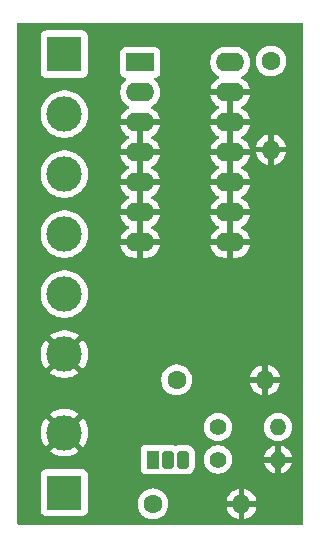
<source format=gbl>
%TF.GenerationSoftware,KiCad,Pcbnew,9.0.5-9.0.5~ubuntu25.04.1*%
%TF.CreationDate,2025-11-05T23:54:50-06:00*%
%TF.ProjectId,Return_Board,52657475-726e-45f4-926f-6172642e6b69,rev?*%
%TF.SameCoordinates,Original*%
%TF.FileFunction,Copper,L2,Bot*%
%TF.FilePolarity,Positive*%
%FSLAX46Y46*%
G04 Gerber Fmt 4.6, Leading zero omitted, Abs format (unit mm)*
G04 Created by KiCad (PCBNEW 9.0.5-9.0.5~ubuntu25.04.1) date 2025-11-05 23:54:50*
%MOMM*%
%LPD*%
G01*
G04 APERTURE LIST*
G04 Aperture macros list*
%AMRoundRect*
0 Rectangle with rounded corners*
0 $1 Rounding radius*
0 $2 $3 $4 $5 $6 $7 $8 $9 X,Y pos of 4 corners*
0 Add a 4 corners polygon primitive as box body*
4,1,4,$2,$3,$4,$5,$6,$7,$8,$9,$2,$3,0*
0 Add four circle primitives for the rounded corners*
1,1,$1+$1,$2,$3*
1,1,$1+$1,$4,$5*
1,1,$1+$1,$6,$7*
1,1,$1+$1,$8,$9*
0 Add four rect primitives between the rounded corners*
20,1,$1+$1,$2,$3,$4,$5,0*
20,1,$1+$1,$4,$5,$6,$7,0*
20,1,$1+$1,$6,$7,$8,$9,0*
20,1,$1+$1,$8,$9,$2,$3,0*%
G04 Aperture macros list end*
%TA.AperFunction,ComponentPad*%
%ADD10R,3.000000X3.000000*%
%TD*%
%TA.AperFunction,ComponentPad*%
%ADD11C,3.000000*%
%TD*%
%TA.AperFunction,ComponentPad*%
%ADD12C,1.600000*%
%TD*%
%TA.AperFunction,ComponentPad*%
%ADD13O,1.600000X1.600000*%
%TD*%
%TA.AperFunction,ComponentPad*%
%ADD14R,2.400000X1.600000*%
%TD*%
%TA.AperFunction,ComponentPad*%
%ADD15O,2.400000X1.600000*%
%TD*%
%TA.AperFunction,ComponentPad*%
%ADD16C,1.400000*%
%TD*%
%TA.AperFunction,ComponentPad*%
%ADD17O,1.400000X1.400000*%
%TD*%
%TA.AperFunction,ComponentPad*%
%ADD18RoundRect,0.262500X-0.262500X-0.487500X0.262500X-0.487500X0.262500X0.487500X-0.262500X0.487500X0*%
%TD*%
%TA.AperFunction,ComponentPad*%
%ADD19R,1.050000X1.500000*%
%TD*%
G04 APERTURE END LIST*
D10*
%TO.P,J2,1,Pin_1*%
%TO.N,/SIG_Out*%
X136750000Y-70670000D03*
D11*
%TO.P,J2,2,Pin_2*%
X136750000Y-75750000D03*
%TO.P,J2,3,Pin_3*%
X136750000Y-80830000D03*
%TO.P,J2,4,Pin_4*%
X136750000Y-85910000D03*
%TO.P,J2,5,Pin_5*%
X136750000Y-90990000D03*
%TO.P,J2,6,Pin_6*%
%TO.N,GND*%
X136750000Y-96070000D03*
%TD*%
D12*
%TO.P,C2,1*%
%TO.N,+6V*%
X146250000Y-98250000D03*
D13*
%TO.P,C2,2*%
%TO.N,GND*%
X153750000Y-98250000D03*
%TD*%
D10*
%TO.P,J1,1,Pin_1*%
%TO.N,+9V*%
X136750000Y-107790000D03*
D11*
%TO.P,J1,2,Pin_2*%
%TO.N,GND*%
X136750000Y-102710000D03*
%TD*%
D14*
%TO.P,U1,1*%
%TO.N,/SIG_Out*%
X143175000Y-71375000D03*
D15*
%TO.P,U1,2*%
%TO.N,unconnected-(U1-Pad2)*%
X143175000Y-73915000D03*
%TO.P,U1,3*%
%TO.N,GND*%
X143175000Y-76455000D03*
%TO.P,U1,4*%
X143175000Y-78995000D03*
%TO.P,U1,5*%
X143175000Y-81535000D03*
%TO.P,U1,6*%
X143175000Y-84075000D03*
%TO.P,U1,7,GND*%
X143175000Y-86615000D03*
%TO.P,U1,8*%
X150795000Y-86615000D03*
%TO.P,U1,9*%
X150795000Y-84075000D03*
%TO.P,U1,10*%
X150795000Y-81535000D03*
%TO.P,U1,11*%
X150795000Y-78995000D03*
%TO.P,U1,12*%
X150795000Y-76455000D03*
%TO.P,U1,13*%
X150795000Y-73915000D03*
%TO.P,U1,14,VCC*%
%TO.N,+6V*%
X150795000Y-71375000D03*
%TD*%
D16*
%TO.P,R2,1*%
%TO.N,/LDO_ADJ*%
X149760000Y-105000000D03*
D17*
%TO.P,R2,2*%
%TO.N,GND*%
X154840000Y-105000000D03*
%TD*%
D12*
%TO.P,C3,1*%
%TO.N,+6V*%
X154250000Y-71250000D03*
D13*
%TO.P,C3,2*%
%TO.N,GND*%
X154250000Y-78750000D03*
%TD*%
D16*
%TO.P,R1,1*%
%TO.N,+6V*%
X149760000Y-102250000D03*
D17*
%TO.P,R1,2*%
%TO.N,/LDO_ADJ*%
X154840000Y-102250000D03*
%TD*%
D18*
%TO.P,U2,1*%
%TO.N,/LDO_ADJ*%
X146790000Y-105000000D03*
D19*
%TO.P,U2,2,IN*%
%TO.N,+9V*%
X144250000Y-105000000D03*
D18*
%TO.P,U2,3,OUT*%
%TO.N,+6V*%
X145520000Y-105000000D03*
%TD*%
D12*
%TO.P,C1,1*%
%TO.N,+9V*%
X144250000Y-108750000D03*
D13*
%TO.P,C1,2*%
%TO.N,GND*%
X151750000Y-108750000D03*
%TD*%
%TA.AperFunction,Conductor*%
%TO.N,GND*%
G36*
X143425000Y-86299314D02*
G01*
X143420606Y-86294920D01*
X143329394Y-86242259D01*
X143227661Y-86215000D01*
X143122339Y-86215000D01*
X143020606Y-86242259D01*
X142929394Y-86294920D01*
X142925000Y-86299314D01*
X142925000Y-84390686D01*
X142929394Y-84395080D01*
X143020606Y-84447741D01*
X143122339Y-84475000D01*
X143227661Y-84475000D01*
X143329394Y-84447741D01*
X143420606Y-84395080D01*
X143425000Y-84390686D01*
X143425000Y-86299314D01*
G37*
%TD.AperFunction*%
%TA.AperFunction,Conductor*%
G36*
X143425000Y-83759314D02*
G01*
X143420606Y-83754920D01*
X143329394Y-83702259D01*
X143227661Y-83675000D01*
X143122339Y-83675000D01*
X143020606Y-83702259D01*
X142929394Y-83754920D01*
X142925000Y-83759314D01*
X142925000Y-81850686D01*
X142929394Y-81855080D01*
X143020606Y-81907741D01*
X143122339Y-81935000D01*
X143227661Y-81935000D01*
X143329394Y-81907741D01*
X143420606Y-81855080D01*
X143425000Y-81850686D01*
X143425000Y-83759314D01*
G37*
%TD.AperFunction*%
%TA.AperFunction,Conductor*%
G36*
X143425000Y-81219314D02*
G01*
X143420606Y-81214920D01*
X143329394Y-81162259D01*
X143227661Y-81135000D01*
X143122339Y-81135000D01*
X143020606Y-81162259D01*
X142929394Y-81214920D01*
X142925000Y-81219314D01*
X142925000Y-79310686D01*
X142929394Y-79315080D01*
X143020606Y-79367741D01*
X143122339Y-79395000D01*
X143227661Y-79395000D01*
X143329394Y-79367741D01*
X143420606Y-79315080D01*
X143425000Y-79310686D01*
X143425000Y-81219314D01*
G37*
%TD.AperFunction*%
%TA.AperFunction,Conductor*%
G36*
X143425000Y-78679314D02*
G01*
X143420606Y-78674920D01*
X143329394Y-78622259D01*
X143227661Y-78595000D01*
X143122339Y-78595000D01*
X143020606Y-78622259D01*
X142929394Y-78674920D01*
X142925000Y-78679314D01*
X142925000Y-76770686D01*
X142929394Y-76775080D01*
X143020606Y-76827741D01*
X143122339Y-76855000D01*
X143227661Y-76855000D01*
X143329394Y-76827741D01*
X143420606Y-76775080D01*
X143425000Y-76770686D01*
X143425000Y-78679314D01*
G37*
%TD.AperFunction*%
%TA.AperFunction,Conductor*%
G36*
X151045000Y-86299314D02*
G01*
X151040606Y-86294920D01*
X150949394Y-86242259D01*
X150847661Y-86215000D01*
X150742339Y-86215000D01*
X150640606Y-86242259D01*
X150549394Y-86294920D01*
X150545000Y-86299314D01*
X150545000Y-84390686D01*
X150549394Y-84395080D01*
X150640606Y-84447741D01*
X150742339Y-84475000D01*
X150847661Y-84475000D01*
X150949394Y-84447741D01*
X151040606Y-84395080D01*
X151045000Y-84390686D01*
X151045000Y-86299314D01*
G37*
%TD.AperFunction*%
%TA.AperFunction,Conductor*%
G36*
X151045000Y-83759314D02*
G01*
X151040606Y-83754920D01*
X150949394Y-83702259D01*
X150847661Y-83675000D01*
X150742339Y-83675000D01*
X150640606Y-83702259D01*
X150549394Y-83754920D01*
X150545000Y-83759314D01*
X150545000Y-81850686D01*
X150549394Y-81855080D01*
X150640606Y-81907741D01*
X150742339Y-81935000D01*
X150847661Y-81935000D01*
X150949394Y-81907741D01*
X151040606Y-81855080D01*
X151045000Y-81850686D01*
X151045000Y-83759314D01*
G37*
%TD.AperFunction*%
%TA.AperFunction,Conductor*%
G36*
X151045000Y-81219314D02*
G01*
X151040606Y-81214920D01*
X150949394Y-81162259D01*
X150847661Y-81135000D01*
X150742339Y-81135000D01*
X150640606Y-81162259D01*
X150549394Y-81214920D01*
X150545000Y-81219314D01*
X150545000Y-79310686D01*
X150549394Y-79315080D01*
X150640606Y-79367741D01*
X150742339Y-79395000D01*
X150847661Y-79395000D01*
X150949394Y-79367741D01*
X151040606Y-79315080D01*
X151045000Y-79310686D01*
X151045000Y-81219314D01*
G37*
%TD.AperFunction*%
%TA.AperFunction,Conductor*%
G36*
X151045000Y-78679314D02*
G01*
X151040606Y-78674920D01*
X150949394Y-78622259D01*
X150847661Y-78595000D01*
X150742339Y-78595000D01*
X150640606Y-78622259D01*
X150549394Y-78674920D01*
X150545000Y-78679314D01*
X150545000Y-76770686D01*
X150549394Y-76775080D01*
X150640606Y-76827741D01*
X150742339Y-76855000D01*
X150847661Y-76855000D01*
X150949394Y-76827741D01*
X151040606Y-76775080D01*
X151045000Y-76770686D01*
X151045000Y-78679314D01*
G37*
%TD.AperFunction*%
%TA.AperFunction,Conductor*%
G36*
X151045000Y-76139314D02*
G01*
X151040606Y-76134920D01*
X150949394Y-76082259D01*
X150847661Y-76055000D01*
X150742339Y-76055000D01*
X150640606Y-76082259D01*
X150549394Y-76134920D01*
X150545000Y-76139314D01*
X150545000Y-74230686D01*
X150549394Y-74235080D01*
X150640606Y-74287741D01*
X150742339Y-74315000D01*
X150847661Y-74315000D01*
X150949394Y-74287741D01*
X151040606Y-74235080D01*
X151045000Y-74230686D01*
X151045000Y-76139314D01*
G37*
%TD.AperFunction*%
%TA.AperFunction,Conductor*%
G36*
X156942539Y-68020185D02*
G01*
X156988294Y-68072989D01*
X156999500Y-68124500D01*
X156999500Y-110375500D01*
X156979815Y-110442539D01*
X156927011Y-110488294D01*
X156875500Y-110499500D01*
X132874500Y-110499500D01*
X132807461Y-110479815D01*
X132761706Y-110427011D01*
X132750500Y-110375500D01*
X132750500Y-106242135D01*
X134749500Y-106242135D01*
X134749500Y-109337870D01*
X134749501Y-109337876D01*
X134755908Y-109397483D01*
X134806202Y-109532328D01*
X134806206Y-109532335D01*
X134892452Y-109647544D01*
X134892455Y-109647547D01*
X135007664Y-109733793D01*
X135007671Y-109733797D01*
X135142517Y-109784091D01*
X135142516Y-109784091D01*
X135149444Y-109784835D01*
X135202127Y-109790500D01*
X138297872Y-109790499D01*
X138357483Y-109784091D01*
X138492331Y-109733796D01*
X138607546Y-109647546D01*
X138693796Y-109532331D01*
X138744091Y-109397483D01*
X138750500Y-109337873D01*
X138750500Y-108647648D01*
X142949500Y-108647648D01*
X142949500Y-108852351D01*
X142981522Y-109054534D01*
X143044781Y-109249223D01*
X143108691Y-109374653D01*
X143120324Y-109397483D01*
X143137715Y-109431613D01*
X143258028Y-109597213D01*
X143402786Y-109741971D01*
X143557749Y-109854556D01*
X143568390Y-109862287D01*
X143684607Y-109921503D01*
X143750776Y-109955218D01*
X143750778Y-109955218D01*
X143750781Y-109955220D01*
X143855137Y-109989127D01*
X143945465Y-110018477D01*
X144046557Y-110034488D01*
X144147648Y-110050500D01*
X144147649Y-110050500D01*
X144352351Y-110050500D01*
X144352352Y-110050500D01*
X144554534Y-110018477D01*
X144749219Y-109955220D01*
X144931610Y-109862287D01*
X145030420Y-109790498D01*
X145097213Y-109741971D01*
X145097215Y-109741968D01*
X145097219Y-109741966D01*
X145241966Y-109597219D01*
X145241968Y-109597215D01*
X145241971Y-109597213D01*
X145294732Y-109524590D01*
X145362287Y-109431610D01*
X145455220Y-109249219D01*
X145518477Y-109054534D01*
X145550500Y-108852352D01*
X145550500Y-108647648D01*
X145527114Y-108500000D01*
X150473391Y-108500000D01*
X151434314Y-108500000D01*
X151429920Y-108504394D01*
X151377259Y-108595606D01*
X151350000Y-108697339D01*
X151350000Y-108802661D01*
X151377259Y-108904394D01*
X151429920Y-108995606D01*
X151434314Y-109000000D01*
X150473391Y-109000000D01*
X150482009Y-109054413D01*
X150545244Y-109249029D01*
X150638140Y-109431349D01*
X150758417Y-109596894D01*
X150758417Y-109596895D01*
X150903104Y-109741582D01*
X151068650Y-109861859D01*
X151250968Y-109954754D01*
X151445578Y-110017988D01*
X151500000Y-110026607D01*
X151500000Y-109065686D01*
X151504394Y-109070080D01*
X151595606Y-109122741D01*
X151697339Y-109150000D01*
X151802661Y-109150000D01*
X151904394Y-109122741D01*
X151995606Y-109070080D01*
X152000000Y-109065686D01*
X152000000Y-110026606D01*
X152054421Y-110017988D01*
X152249031Y-109954754D01*
X152431349Y-109861859D01*
X152596894Y-109741582D01*
X152596895Y-109741582D01*
X152741582Y-109596895D01*
X152741582Y-109596894D01*
X152861859Y-109431349D01*
X152954755Y-109249029D01*
X153017990Y-109054413D01*
X153026609Y-109000000D01*
X152065686Y-109000000D01*
X152070080Y-108995606D01*
X152122741Y-108904394D01*
X152150000Y-108802661D01*
X152150000Y-108697339D01*
X152122741Y-108595606D01*
X152070080Y-108504394D01*
X152065686Y-108500000D01*
X153026609Y-108500000D01*
X153017990Y-108445586D01*
X152954755Y-108250970D01*
X152861859Y-108068650D01*
X152741582Y-107903105D01*
X152741582Y-107903104D01*
X152596895Y-107758417D01*
X152431349Y-107638140D01*
X152249029Y-107545244D01*
X152054413Y-107482009D01*
X152000000Y-107473390D01*
X152000000Y-108434314D01*
X151995606Y-108429920D01*
X151904394Y-108377259D01*
X151802661Y-108350000D01*
X151697339Y-108350000D01*
X151595606Y-108377259D01*
X151504394Y-108429920D01*
X151500000Y-108434314D01*
X151500000Y-107473390D01*
X151445586Y-107482009D01*
X151250970Y-107545244D01*
X151068650Y-107638140D01*
X150903105Y-107758417D01*
X150903104Y-107758417D01*
X150758417Y-107903104D01*
X150758417Y-107903105D01*
X150638140Y-108068650D01*
X150545244Y-108250970D01*
X150482009Y-108445586D01*
X150473391Y-108500000D01*
X145527114Y-108500000D01*
X145518477Y-108445466D01*
X145455220Y-108250781D01*
X145455218Y-108250778D01*
X145455218Y-108250776D01*
X145362419Y-108068650D01*
X145362287Y-108068390D01*
X145354556Y-108057749D01*
X145241971Y-107902786D01*
X145097213Y-107758028D01*
X144931613Y-107637715D01*
X144931612Y-107637714D01*
X144931610Y-107637713D01*
X144874653Y-107608691D01*
X144749223Y-107544781D01*
X144554534Y-107481522D01*
X144379995Y-107453878D01*
X144352352Y-107449500D01*
X144147648Y-107449500D01*
X144123329Y-107453351D01*
X143945465Y-107481522D01*
X143750776Y-107544781D01*
X143568386Y-107637715D01*
X143402786Y-107758028D01*
X143258028Y-107902786D01*
X143137715Y-108068386D01*
X143044781Y-108250776D01*
X142981522Y-108445465D01*
X142949500Y-108647648D01*
X138750500Y-108647648D01*
X138750499Y-107758417D01*
X138750499Y-106242129D01*
X138750498Y-106242123D01*
X138750497Y-106242116D01*
X138744091Y-106182517D01*
X138743692Y-106181448D01*
X138693797Y-106047671D01*
X138693793Y-106047664D01*
X138607547Y-105932455D01*
X138607544Y-105932452D01*
X138492335Y-105846206D01*
X138492328Y-105846202D01*
X138357482Y-105795908D01*
X138357483Y-105795908D01*
X138297883Y-105789501D01*
X138297881Y-105789500D01*
X138297873Y-105789500D01*
X138297864Y-105789500D01*
X135202129Y-105789500D01*
X135202123Y-105789501D01*
X135142516Y-105795908D01*
X135007671Y-105846202D01*
X135007664Y-105846206D01*
X134892455Y-105932452D01*
X134892452Y-105932455D01*
X134806206Y-106047664D01*
X134806202Y-106047671D01*
X134755908Y-106182517D01*
X134749501Y-106242116D01*
X134749501Y-106242123D01*
X134749500Y-106242135D01*
X132750500Y-106242135D01*
X132750500Y-102578905D01*
X134750000Y-102578905D01*
X134750000Y-102841094D01*
X134784220Y-103101009D01*
X134784222Y-103101020D01*
X134852075Y-103354255D01*
X134952404Y-103596471D01*
X134952409Y-103596482D01*
X135083488Y-103823516D01*
X135083494Y-103823524D01*
X135170080Y-103936365D01*
X136064767Y-103041677D01*
X136076497Y-103069995D01*
X136159670Y-103194472D01*
X136265528Y-103300330D01*
X136390005Y-103383503D01*
X136418320Y-103395231D01*
X135523633Y-104289917D01*
X135523633Y-104289918D01*
X135636475Y-104376505D01*
X135636483Y-104376511D01*
X135863517Y-104507590D01*
X135863528Y-104507595D01*
X136105744Y-104607924D01*
X136358979Y-104675777D01*
X136358990Y-104675779D01*
X136618905Y-104709999D01*
X136618920Y-104710000D01*
X136881080Y-104710000D01*
X136881094Y-104709999D01*
X137141009Y-104675779D01*
X137141020Y-104675777D01*
X137394255Y-104607924D01*
X137636471Y-104507595D01*
X137636482Y-104507590D01*
X137863516Y-104376511D01*
X137863534Y-104376499D01*
X137976365Y-104289919D01*
X137976365Y-104289917D01*
X137972935Y-104286487D01*
X137888583Y-104202135D01*
X143224500Y-104202135D01*
X143224500Y-105797870D01*
X143224501Y-105797876D01*
X143230908Y-105857483D01*
X143281202Y-105992328D01*
X143281206Y-105992335D01*
X143367452Y-106107544D01*
X143367455Y-106107547D01*
X143482664Y-106193793D01*
X143482671Y-106193797D01*
X143617517Y-106244091D01*
X143617516Y-106244091D01*
X143624444Y-106244835D01*
X143677127Y-106250500D01*
X144822872Y-106250499D01*
X144882483Y-106244091D01*
X144887744Y-106242129D01*
X144950987Y-106218540D01*
X145020679Y-106213554D01*
X145033325Y-106217014D01*
X145102158Y-106239824D01*
X145206659Y-106250500D01*
X145833340Y-106250499D01*
X145833348Y-106250498D01*
X145833351Y-106250498D01*
X145890572Y-106244652D01*
X145937842Y-106239824D01*
X146107153Y-106183720D01*
X146107153Y-106183719D01*
X146114009Y-106181448D01*
X146114850Y-106183988D01*
X146171650Y-106175350D01*
X146195674Y-106182404D01*
X146195991Y-106181448D01*
X146202846Y-106183719D01*
X146202847Y-106183720D01*
X146372158Y-106239824D01*
X146476659Y-106250500D01*
X147103340Y-106250499D01*
X147103348Y-106250498D01*
X147103351Y-106250498D01*
X147160572Y-106244652D01*
X147207842Y-106239824D01*
X147377153Y-106183720D01*
X147528961Y-106090083D01*
X147655083Y-105963961D01*
X147748720Y-105812153D01*
X147804824Y-105642842D01*
X147815500Y-105538341D01*
X147815499Y-104905513D01*
X148559500Y-104905513D01*
X148559500Y-105094486D01*
X148589059Y-105281118D01*
X148647454Y-105460836D01*
X148686949Y-105538348D01*
X148733240Y-105629199D01*
X148844310Y-105782073D01*
X148977927Y-105915690D01*
X149130801Y-106026760D01*
X149210347Y-106067290D01*
X149299163Y-106112545D01*
X149299165Y-106112545D01*
X149299168Y-106112547D01*
X149395497Y-106143846D01*
X149478881Y-106170940D01*
X149665514Y-106200500D01*
X149665519Y-106200500D01*
X149854486Y-106200500D01*
X150041118Y-106170940D01*
X150042623Y-106170451D01*
X150220832Y-106112547D01*
X150389199Y-106026760D01*
X150542073Y-105915690D01*
X150675690Y-105782073D01*
X150786760Y-105629199D01*
X150872547Y-105460832D01*
X150930940Y-105281118D01*
X150935868Y-105250000D01*
X153664638Y-105250000D01*
X153669548Y-105281002D01*
X153727914Y-105460637D01*
X153813670Y-105628940D01*
X153924685Y-105781741D01*
X153924689Y-105781746D01*
X154058253Y-105915310D01*
X154058258Y-105915314D01*
X154211059Y-106026329D01*
X154379362Y-106112085D01*
X154558997Y-106170451D01*
X154590000Y-106175362D01*
X154590000Y-106175361D01*
X155090000Y-106175361D01*
X155121002Y-106170451D01*
X155300637Y-106112085D01*
X155468940Y-106026329D01*
X155621741Y-105915314D01*
X155621746Y-105915310D01*
X155755310Y-105781746D01*
X155755314Y-105781741D01*
X155866329Y-105628940D01*
X155952085Y-105460637D01*
X156010451Y-105281002D01*
X156015362Y-105250000D01*
X155090000Y-105250000D01*
X155090000Y-106175361D01*
X154590000Y-106175361D01*
X154590000Y-105250000D01*
X153664638Y-105250000D01*
X150935868Y-105250000D01*
X150947363Y-105177423D01*
X150960500Y-105094485D01*
X150960500Y-104953922D01*
X154490000Y-104953922D01*
X154490000Y-105046078D01*
X154513852Y-105135095D01*
X154559930Y-105214905D01*
X154625095Y-105280070D01*
X154704905Y-105326148D01*
X154793922Y-105350000D01*
X154886078Y-105350000D01*
X154975095Y-105326148D01*
X155054905Y-105280070D01*
X155120070Y-105214905D01*
X155166148Y-105135095D01*
X155190000Y-105046078D01*
X155190000Y-104953922D01*
X155166148Y-104864905D01*
X155120070Y-104785095D01*
X155084975Y-104750000D01*
X155090000Y-104750000D01*
X156015362Y-104750000D01*
X156010451Y-104718997D01*
X155952085Y-104539362D01*
X155866329Y-104371059D01*
X155755314Y-104218258D01*
X155755310Y-104218253D01*
X155621746Y-104084689D01*
X155621741Y-104084685D01*
X155468940Y-103973670D01*
X155300635Y-103887913D01*
X155121004Y-103829549D01*
X155120995Y-103829547D01*
X155090000Y-103824637D01*
X155090000Y-104750000D01*
X155084975Y-104750000D01*
X155054905Y-104719930D01*
X154975095Y-104673852D01*
X154886078Y-104650000D01*
X154793922Y-104650000D01*
X154704905Y-104673852D01*
X154625095Y-104719930D01*
X154559930Y-104785095D01*
X154513852Y-104864905D01*
X154490000Y-104953922D01*
X150960500Y-104953922D01*
X150960500Y-104905514D01*
X150944811Y-104806462D01*
X150944811Y-104806460D01*
X150935869Y-104750000D01*
X153664638Y-104750000D01*
X154590000Y-104750000D01*
X154590000Y-103824637D01*
X154589999Y-103824637D01*
X154559004Y-103829547D01*
X154558995Y-103829549D01*
X154379364Y-103887913D01*
X154211059Y-103973670D01*
X154058258Y-104084685D01*
X154058253Y-104084689D01*
X153924689Y-104218253D01*
X153924685Y-104218258D01*
X153813670Y-104371059D01*
X153727914Y-104539362D01*
X153669548Y-104718997D01*
X153664638Y-104750000D01*
X150935869Y-104750000D01*
X150930940Y-104718882D01*
X150930940Y-104718881D01*
X150872545Y-104539163D01*
X150786759Y-104370800D01*
X150675690Y-104217927D01*
X150542073Y-104084310D01*
X150389199Y-103973240D01*
X150316828Y-103936365D01*
X150220836Y-103887454D01*
X150041118Y-103829059D01*
X149854486Y-103799500D01*
X149854481Y-103799500D01*
X149665519Y-103799500D01*
X149665514Y-103799500D01*
X149478881Y-103829059D01*
X149299163Y-103887454D01*
X149130800Y-103973240D01*
X149083411Y-104007671D01*
X148977927Y-104084310D01*
X148977925Y-104084312D01*
X148977924Y-104084312D01*
X148844312Y-104217924D01*
X148844312Y-104217925D01*
X148844310Y-104217927D01*
X148844070Y-104218258D01*
X148733240Y-104370800D01*
X148647454Y-104539163D01*
X148589059Y-104718881D01*
X148559500Y-104905513D01*
X147815499Y-104905513D01*
X147815499Y-104461660D01*
X147804824Y-104357158D01*
X147748720Y-104187847D01*
X147748716Y-104187841D01*
X147748715Y-104187838D01*
X147655085Y-104036042D01*
X147655082Y-104036038D01*
X147528961Y-103909917D01*
X147528957Y-103909914D01*
X147377161Y-103816284D01*
X147377155Y-103816281D01*
X147377153Y-103816280D01*
X147207842Y-103760176D01*
X147207835Y-103760175D01*
X147103342Y-103749500D01*
X146476666Y-103749500D01*
X146476648Y-103749501D01*
X146372158Y-103760175D01*
X146372155Y-103760176D01*
X146261890Y-103796715D01*
X146202847Y-103816280D01*
X146202845Y-103816280D01*
X146195992Y-103818552D01*
X146195154Y-103816024D01*
X146138275Y-103824639D01*
X146114321Y-103817605D01*
X146114008Y-103818552D01*
X146107154Y-103816281D01*
X146107153Y-103816280D01*
X145937842Y-103760176D01*
X145937835Y-103760175D01*
X145833342Y-103749500D01*
X145206666Y-103749500D01*
X145206648Y-103749501D01*
X145102158Y-103760175D01*
X145102152Y-103760177D01*
X145033325Y-103782984D01*
X144963497Y-103785386D01*
X144950988Y-103781460D01*
X144882484Y-103755909D01*
X144882480Y-103755908D01*
X144822883Y-103749501D01*
X144822881Y-103749500D01*
X144822873Y-103749500D01*
X144822864Y-103749500D01*
X143677129Y-103749500D01*
X143677123Y-103749501D01*
X143617516Y-103755908D01*
X143482671Y-103806202D01*
X143482664Y-103806206D01*
X143367455Y-103892452D01*
X143367452Y-103892455D01*
X143281206Y-104007664D01*
X143281202Y-104007671D01*
X143230908Y-104142517D01*
X143224501Y-104202116D01*
X143224500Y-104202135D01*
X137888583Y-104202135D01*
X137081679Y-103395231D01*
X137109995Y-103383503D01*
X137234472Y-103300330D01*
X137340330Y-103194472D01*
X137423503Y-103069995D01*
X137435231Y-103041679D01*
X138329917Y-103936365D01*
X138329919Y-103936365D01*
X138416499Y-103823534D01*
X138416511Y-103823516D01*
X138547590Y-103596482D01*
X138547595Y-103596471D01*
X138647924Y-103354255D01*
X138715777Y-103101020D01*
X138715779Y-103101009D01*
X138749999Y-102841094D01*
X138750000Y-102841080D01*
X138750000Y-102578919D01*
X138749999Y-102578905D01*
X138715779Y-102318990D01*
X138715777Y-102318979D01*
X138679273Y-102182740D01*
X138671978Y-102155513D01*
X148559500Y-102155513D01*
X148559500Y-102344486D01*
X148589059Y-102531118D01*
X148647454Y-102710836D01*
X148733240Y-102879199D01*
X148844310Y-103032073D01*
X148977927Y-103165690D01*
X149130801Y-103276760D01*
X149177060Y-103300330D01*
X149299163Y-103362545D01*
X149299165Y-103362545D01*
X149299168Y-103362547D01*
X149363664Y-103383503D01*
X149478881Y-103420940D01*
X149665514Y-103450500D01*
X149665519Y-103450500D01*
X149854486Y-103450500D01*
X150041118Y-103420940D01*
X150220832Y-103362547D01*
X150389199Y-103276760D01*
X150542073Y-103165690D01*
X150675690Y-103032073D01*
X150786760Y-102879199D01*
X150872547Y-102710832D01*
X150930940Y-102531118D01*
X150937719Y-102488316D01*
X150960500Y-102344486D01*
X150960500Y-102155513D01*
X153639500Y-102155513D01*
X153639500Y-102344486D01*
X153669059Y-102531118D01*
X153727454Y-102710836D01*
X153813240Y-102879199D01*
X153924310Y-103032073D01*
X154057927Y-103165690D01*
X154210801Y-103276760D01*
X154257060Y-103300330D01*
X154379163Y-103362545D01*
X154379165Y-103362545D01*
X154379168Y-103362547D01*
X154443664Y-103383503D01*
X154558881Y-103420940D01*
X154745514Y-103450500D01*
X154745519Y-103450500D01*
X154934486Y-103450500D01*
X155121118Y-103420940D01*
X155300832Y-103362547D01*
X155469199Y-103276760D01*
X155622073Y-103165690D01*
X155755690Y-103032073D01*
X155866760Y-102879199D01*
X155952547Y-102710832D01*
X156010940Y-102531118D01*
X156017719Y-102488316D01*
X156040500Y-102344486D01*
X156040500Y-102155513D01*
X156010940Y-101968881D01*
X155963711Y-101823528D01*
X155952547Y-101789168D01*
X155952545Y-101789165D01*
X155952545Y-101789163D01*
X155866759Y-101620800D01*
X155755690Y-101467927D01*
X155622073Y-101334310D01*
X155469199Y-101223240D01*
X155300836Y-101137454D01*
X155121118Y-101079059D01*
X154934486Y-101049500D01*
X154934481Y-101049500D01*
X154745519Y-101049500D01*
X154745514Y-101049500D01*
X154558881Y-101079059D01*
X154379163Y-101137454D01*
X154210800Y-101223240D01*
X154123579Y-101286610D01*
X154057927Y-101334310D01*
X154057925Y-101334312D01*
X154057924Y-101334312D01*
X153924312Y-101467924D01*
X153924312Y-101467925D01*
X153924310Y-101467927D01*
X153912899Y-101483633D01*
X153813240Y-101620800D01*
X153727454Y-101789163D01*
X153669059Y-101968881D01*
X153639500Y-102155513D01*
X150960500Y-102155513D01*
X150930940Y-101968881D01*
X150883711Y-101823528D01*
X150872547Y-101789168D01*
X150872545Y-101789165D01*
X150872545Y-101789163D01*
X150786759Y-101620800D01*
X150675690Y-101467927D01*
X150542073Y-101334310D01*
X150389199Y-101223240D01*
X150220836Y-101137454D01*
X150041118Y-101079059D01*
X149854486Y-101049500D01*
X149854481Y-101049500D01*
X149665519Y-101049500D01*
X149665514Y-101049500D01*
X149478881Y-101079059D01*
X149299163Y-101137454D01*
X149130800Y-101223240D01*
X149043579Y-101286610D01*
X148977927Y-101334310D01*
X148977925Y-101334312D01*
X148977924Y-101334312D01*
X148844312Y-101467924D01*
X148844312Y-101467925D01*
X148844310Y-101467927D01*
X148832899Y-101483633D01*
X148733240Y-101620800D01*
X148647454Y-101789163D01*
X148589059Y-101968881D01*
X148559500Y-102155513D01*
X138671978Y-102155513D01*
X138647924Y-102065744D01*
X138547595Y-101823528D01*
X138547590Y-101823517D01*
X138416511Y-101596483D01*
X138416505Y-101596475D01*
X138329918Y-101483633D01*
X138329917Y-101483633D01*
X137435231Y-102378320D01*
X137423503Y-102350005D01*
X137340330Y-102225528D01*
X137234472Y-102119670D01*
X137109995Y-102036497D01*
X137081677Y-102024767D01*
X137976365Y-101130080D01*
X137863524Y-101043494D01*
X137863516Y-101043488D01*
X137636482Y-100912409D01*
X137636471Y-100912404D01*
X137394255Y-100812075D01*
X137141020Y-100744222D01*
X137141009Y-100744220D01*
X136881094Y-100710000D01*
X136618905Y-100710000D01*
X136358990Y-100744220D01*
X136358979Y-100744222D01*
X136105744Y-100812075D01*
X135863528Y-100912404D01*
X135863517Y-100912409D01*
X135636471Y-101043496D01*
X135523633Y-101130079D01*
X135523633Y-101130080D01*
X136418321Y-102024768D01*
X136390005Y-102036497D01*
X136265528Y-102119670D01*
X136159670Y-102225528D01*
X136076497Y-102350005D01*
X136064768Y-102378321D01*
X135170080Y-101483633D01*
X135170079Y-101483633D01*
X135083496Y-101596471D01*
X134952409Y-101823517D01*
X134952404Y-101823528D01*
X134852075Y-102065744D01*
X134784222Y-102318979D01*
X134784220Y-102318990D01*
X134750000Y-102578905D01*
X132750500Y-102578905D01*
X132750500Y-98147648D01*
X144949500Y-98147648D01*
X144949500Y-98352351D01*
X144981522Y-98554534D01*
X145044781Y-98749223D01*
X145137715Y-98931613D01*
X145258028Y-99097213D01*
X145402786Y-99241971D01*
X145557749Y-99354556D01*
X145568390Y-99362287D01*
X145684607Y-99421503D01*
X145750776Y-99455218D01*
X145750778Y-99455218D01*
X145750781Y-99455220D01*
X145855137Y-99489127D01*
X145945465Y-99518477D01*
X146046557Y-99534488D01*
X146147648Y-99550500D01*
X146147649Y-99550500D01*
X146352351Y-99550500D01*
X146352352Y-99550500D01*
X146554534Y-99518477D01*
X146749219Y-99455220D01*
X146931610Y-99362287D01*
X147024590Y-99294732D01*
X147097213Y-99241971D01*
X147097215Y-99241968D01*
X147097219Y-99241966D01*
X147241966Y-99097219D01*
X147241968Y-99097215D01*
X147241971Y-99097213D01*
X147294732Y-99024590D01*
X147362287Y-98931610D01*
X147455220Y-98749219D01*
X147518477Y-98554534D01*
X147550500Y-98352352D01*
X147550500Y-98147648D01*
X147527114Y-98000000D01*
X152473391Y-98000000D01*
X153434314Y-98000000D01*
X153429920Y-98004394D01*
X153377259Y-98095606D01*
X153350000Y-98197339D01*
X153350000Y-98302661D01*
X153377259Y-98404394D01*
X153429920Y-98495606D01*
X153434314Y-98500000D01*
X152473391Y-98500000D01*
X152482009Y-98554413D01*
X152545244Y-98749029D01*
X152638140Y-98931349D01*
X152758417Y-99096894D01*
X152758417Y-99096895D01*
X152903104Y-99241582D01*
X153068650Y-99361859D01*
X153250968Y-99454754D01*
X153445578Y-99517988D01*
X153500000Y-99526607D01*
X153500000Y-98565686D01*
X153504394Y-98570080D01*
X153595606Y-98622741D01*
X153697339Y-98650000D01*
X153802661Y-98650000D01*
X153904394Y-98622741D01*
X153995606Y-98570080D01*
X154000000Y-98565686D01*
X154000000Y-99526606D01*
X154054421Y-99517988D01*
X154249031Y-99454754D01*
X154431349Y-99361859D01*
X154596894Y-99241582D01*
X154596895Y-99241582D01*
X154741582Y-99096895D01*
X154741582Y-99096894D01*
X154861859Y-98931349D01*
X154954755Y-98749029D01*
X155017990Y-98554413D01*
X155026609Y-98500000D01*
X154065686Y-98500000D01*
X154070080Y-98495606D01*
X154122741Y-98404394D01*
X154150000Y-98302661D01*
X154150000Y-98197339D01*
X154122741Y-98095606D01*
X154070080Y-98004394D01*
X154065686Y-98000000D01*
X155026609Y-98000000D01*
X155017990Y-97945586D01*
X154954755Y-97750970D01*
X154861859Y-97568650D01*
X154741582Y-97403105D01*
X154741582Y-97403104D01*
X154596895Y-97258417D01*
X154431349Y-97138140D01*
X154249029Y-97045244D01*
X154054413Y-96982009D01*
X154000000Y-96973390D01*
X154000000Y-97934314D01*
X153995606Y-97929920D01*
X153904394Y-97877259D01*
X153802661Y-97850000D01*
X153697339Y-97850000D01*
X153595606Y-97877259D01*
X153504394Y-97929920D01*
X153500000Y-97934314D01*
X153500000Y-96973390D01*
X153445586Y-96982009D01*
X153250970Y-97045244D01*
X153068650Y-97138140D01*
X152903105Y-97258417D01*
X152903104Y-97258417D01*
X152758417Y-97403104D01*
X152758417Y-97403105D01*
X152638140Y-97568650D01*
X152545244Y-97750970D01*
X152482009Y-97945586D01*
X152473391Y-98000000D01*
X147527114Y-98000000D01*
X147518477Y-97945466D01*
X147455220Y-97750781D01*
X147455218Y-97750778D01*
X147455218Y-97750776D01*
X147403828Y-97649919D01*
X147362287Y-97568390D01*
X147354556Y-97557749D01*
X147241971Y-97402786D01*
X147097213Y-97258028D01*
X146931613Y-97137715D01*
X146931612Y-97137714D01*
X146931610Y-97137713D01*
X146874653Y-97108691D01*
X146749223Y-97044781D01*
X146554534Y-96981522D01*
X146379995Y-96953878D01*
X146352352Y-96949500D01*
X146147648Y-96949500D01*
X146123329Y-96953351D01*
X145945465Y-96981522D01*
X145750776Y-97044781D01*
X145568386Y-97137715D01*
X145402786Y-97258028D01*
X145258028Y-97402786D01*
X145137715Y-97568386D01*
X145044781Y-97750776D01*
X144981522Y-97945465D01*
X144949500Y-98147648D01*
X132750500Y-98147648D01*
X132750500Y-95938905D01*
X134750000Y-95938905D01*
X134750000Y-96201094D01*
X134784220Y-96461009D01*
X134784222Y-96461020D01*
X134852075Y-96714255D01*
X134952404Y-96956471D01*
X134952409Y-96956482D01*
X135083488Y-97183516D01*
X135083494Y-97183524D01*
X135170080Y-97296365D01*
X136064767Y-96401677D01*
X136076497Y-96429995D01*
X136159670Y-96554472D01*
X136265528Y-96660330D01*
X136390005Y-96743503D01*
X136418320Y-96755231D01*
X135523633Y-97649917D01*
X135523633Y-97649918D01*
X135636475Y-97736505D01*
X135636483Y-97736511D01*
X135863517Y-97867590D01*
X135863528Y-97867595D01*
X136105744Y-97967924D01*
X136358979Y-98035777D01*
X136358990Y-98035779D01*
X136618905Y-98069999D01*
X136618920Y-98070000D01*
X136881080Y-98070000D01*
X136881094Y-98069999D01*
X137141009Y-98035779D01*
X137141020Y-98035777D01*
X137188704Y-98023001D01*
X137394255Y-97967924D01*
X137636471Y-97867595D01*
X137636482Y-97867590D01*
X137863516Y-97736511D01*
X137863534Y-97736499D01*
X137976365Y-97649919D01*
X137976365Y-97649917D01*
X137081679Y-96755231D01*
X137109995Y-96743503D01*
X137234472Y-96660330D01*
X137340330Y-96554472D01*
X137423503Y-96429995D01*
X137435231Y-96401679D01*
X138329917Y-97296365D01*
X138329919Y-97296365D01*
X138416499Y-97183534D01*
X138416511Y-97183516D01*
X138547590Y-96956482D01*
X138547595Y-96956471D01*
X138647924Y-96714255D01*
X138715777Y-96461020D01*
X138715779Y-96461009D01*
X138749999Y-96201094D01*
X138750000Y-96201080D01*
X138750000Y-95938919D01*
X138749999Y-95938905D01*
X138715779Y-95678990D01*
X138715777Y-95678979D01*
X138647924Y-95425744D01*
X138547595Y-95183528D01*
X138547590Y-95183517D01*
X138416511Y-94956483D01*
X138416505Y-94956475D01*
X138329918Y-94843633D01*
X138329917Y-94843633D01*
X137435231Y-95738320D01*
X137423503Y-95710005D01*
X137340330Y-95585528D01*
X137234472Y-95479670D01*
X137109995Y-95396497D01*
X137081677Y-95384767D01*
X137976365Y-94490080D01*
X137863524Y-94403494D01*
X137863516Y-94403488D01*
X137636482Y-94272409D01*
X137636471Y-94272404D01*
X137394255Y-94172075D01*
X137141020Y-94104222D01*
X137141009Y-94104220D01*
X136881094Y-94070000D01*
X136618905Y-94070000D01*
X136358990Y-94104220D01*
X136358979Y-94104222D01*
X136105744Y-94172075D01*
X135863528Y-94272404D01*
X135863517Y-94272409D01*
X135636471Y-94403496D01*
X135523633Y-94490079D01*
X135523633Y-94490080D01*
X136418321Y-95384768D01*
X136390005Y-95396497D01*
X136265528Y-95479670D01*
X136159670Y-95585528D01*
X136076497Y-95710005D01*
X136064768Y-95738321D01*
X135170080Y-94843633D01*
X135170079Y-94843633D01*
X135083496Y-94956471D01*
X134952409Y-95183517D01*
X134952404Y-95183528D01*
X134852075Y-95425744D01*
X134784222Y-95678979D01*
X134784220Y-95678990D01*
X134750000Y-95938905D01*
X132750500Y-95938905D01*
X132750500Y-90858872D01*
X134749500Y-90858872D01*
X134749500Y-91121127D01*
X134776123Y-91323339D01*
X134783730Y-91381116D01*
X134851602Y-91634418D01*
X134851605Y-91634428D01*
X134951953Y-91876690D01*
X134951958Y-91876700D01*
X135083075Y-92103803D01*
X135242718Y-92311851D01*
X135242726Y-92311860D01*
X135428140Y-92497274D01*
X135428148Y-92497281D01*
X135636196Y-92656924D01*
X135863299Y-92788041D01*
X135863309Y-92788046D01*
X136105571Y-92888394D01*
X136105581Y-92888398D01*
X136358884Y-92956270D01*
X136618880Y-92990500D01*
X136618887Y-92990500D01*
X136881113Y-92990500D01*
X136881120Y-92990500D01*
X137141116Y-92956270D01*
X137394419Y-92888398D01*
X137636697Y-92788043D01*
X137863803Y-92656924D01*
X138071851Y-92497282D01*
X138071855Y-92497277D01*
X138071860Y-92497274D01*
X138257274Y-92311860D01*
X138257277Y-92311855D01*
X138257282Y-92311851D01*
X138416924Y-92103803D01*
X138548043Y-91876697D01*
X138648398Y-91634419D01*
X138716270Y-91381116D01*
X138750500Y-91121120D01*
X138750500Y-90858880D01*
X138716270Y-90598884D01*
X138648398Y-90345581D01*
X138648394Y-90345571D01*
X138548046Y-90103309D01*
X138548041Y-90103299D01*
X138416924Y-89876196D01*
X138257281Y-89668148D01*
X138257274Y-89668140D01*
X138071860Y-89482726D01*
X138071851Y-89482718D01*
X137863803Y-89323075D01*
X137636700Y-89191958D01*
X137636690Y-89191953D01*
X137394428Y-89091605D01*
X137394421Y-89091603D01*
X137394419Y-89091602D01*
X137141116Y-89023730D01*
X137083339Y-89016123D01*
X136881127Y-88989500D01*
X136881120Y-88989500D01*
X136618880Y-88989500D01*
X136618872Y-88989500D01*
X136387772Y-89019926D01*
X136358884Y-89023730D01*
X136105581Y-89091602D01*
X136105571Y-89091605D01*
X135863309Y-89191953D01*
X135863299Y-89191958D01*
X135636196Y-89323075D01*
X135428148Y-89482718D01*
X135242718Y-89668148D01*
X135083075Y-89876196D01*
X134951958Y-90103299D01*
X134951953Y-90103309D01*
X134851605Y-90345571D01*
X134851602Y-90345581D01*
X134783730Y-90598885D01*
X134749500Y-90858872D01*
X132750500Y-90858872D01*
X132750500Y-85778872D01*
X134749500Y-85778872D01*
X134749500Y-86041127D01*
X134759354Y-86115970D01*
X134783730Y-86301116D01*
X134800848Y-86365000D01*
X134851602Y-86554418D01*
X134851605Y-86554428D01*
X134951953Y-86796690D01*
X134951958Y-86796700D01*
X135083075Y-87023803D01*
X135242718Y-87231851D01*
X135242726Y-87231860D01*
X135428140Y-87417274D01*
X135428148Y-87417281D01*
X135636196Y-87576924D01*
X135863299Y-87708041D01*
X135863309Y-87708046D01*
X136105571Y-87808394D01*
X136105581Y-87808398D01*
X136358884Y-87876270D01*
X136618880Y-87910500D01*
X136618887Y-87910500D01*
X136881113Y-87910500D01*
X136881120Y-87910500D01*
X137141116Y-87876270D01*
X137394419Y-87808398D01*
X137636697Y-87708043D01*
X137863803Y-87576924D01*
X138071851Y-87417282D01*
X138071855Y-87417277D01*
X138071860Y-87417274D01*
X138257274Y-87231860D01*
X138257277Y-87231855D01*
X138257282Y-87231851D01*
X138416924Y-87023803D01*
X138548043Y-86796697D01*
X138559353Y-86769394D01*
X138648394Y-86554428D01*
X138648398Y-86554419D01*
X138716270Y-86301116D01*
X138750500Y-86041120D01*
X138750500Y-85778880D01*
X138716270Y-85518884D01*
X138648398Y-85265581D01*
X138565970Y-85066582D01*
X138548046Y-85023309D01*
X138548041Y-85023299D01*
X138416924Y-84796196D01*
X138257281Y-84588148D01*
X138257274Y-84588140D01*
X138071854Y-84402720D01*
X138061897Y-84395080D01*
X137970568Y-84325000D01*
X137863803Y-84243075D01*
X137636700Y-84111958D01*
X137636690Y-84111953D01*
X137394428Y-84011605D01*
X137394421Y-84011603D01*
X137394419Y-84011602D01*
X137141116Y-83943730D01*
X137083339Y-83936123D01*
X136881127Y-83909500D01*
X136881120Y-83909500D01*
X136618880Y-83909500D01*
X136618872Y-83909500D01*
X136387772Y-83939926D01*
X136358884Y-83943730D01*
X136105581Y-84011602D01*
X136105571Y-84011605D01*
X135863309Y-84111953D01*
X135863299Y-84111958D01*
X135636196Y-84243075D01*
X135428148Y-84402718D01*
X135242718Y-84588148D01*
X135083075Y-84796196D01*
X134951958Y-85023299D01*
X134951953Y-85023309D01*
X134851605Y-85265571D01*
X134851602Y-85265581D01*
X134783730Y-85518885D01*
X134749500Y-85778872D01*
X132750500Y-85778872D01*
X132750500Y-80698872D01*
X134749500Y-80698872D01*
X134749500Y-80961127D01*
X134759354Y-81035970D01*
X134783730Y-81221116D01*
X134800848Y-81285000D01*
X134851602Y-81474418D01*
X134851605Y-81474428D01*
X134951953Y-81716690D01*
X134951958Y-81716700D01*
X135083075Y-81943803D01*
X135242718Y-82151851D01*
X135242726Y-82151860D01*
X135428140Y-82337274D01*
X135428148Y-82337281D01*
X135636196Y-82496924D01*
X135863299Y-82628041D01*
X135863309Y-82628046D01*
X136023780Y-82694515D01*
X136105581Y-82728398D01*
X136358884Y-82796270D01*
X136618880Y-82830500D01*
X136618887Y-82830500D01*
X136881113Y-82830500D01*
X136881120Y-82830500D01*
X137141116Y-82796270D01*
X137394419Y-82728398D01*
X137636697Y-82628043D01*
X137863803Y-82496924D01*
X138071851Y-82337282D01*
X138071855Y-82337277D01*
X138071860Y-82337274D01*
X138257274Y-82151860D01*
X138257277Y-82151855D01*
X138257282Y-82151851D01*
X138416924Y-81943803D01*
X138548043Y-81716697D01*
X138559353Y-81689394D01*
X138648394Y-81474428D01*
X138648398Y-81474419D01*
X138716270Y-81221116D01*
X138750500Y-80961120D01*
X138750500Y-80698880D01*
X138716270Y-80438884D01*
X138648398Y-80185581D01*
X138582549Y-80026607D01*
X138548046Y-79943309D01*
X138548041Y-79943299D01*
X138416924Y-79716196D01*
X138257281Y-79508148D01*
X138257274Y-79508140D01*
X138071854Y-79322720D01*
X138061897Y-79315080D01*
X138003418Y-79270207D01*
X137863803Y-79163075D01*
X137703151Y-79070324D01*
X137636700Y-79031958D01*
X137636690Y-79031953D01*
X137394428Y-78931605D01*
X137394421Y-78931603D01*
X137394419Y-78931602D01*
X137141116Y-78863730D01*
X137083339Y-78856123D01*
X136881127Y-78829500D01*
X136881120Y-78829500D01*
X136618880Y-78829500D01*
X136618872Y-78829500D01*
X136387772Y-78859926D01*
X136358884Y-78863730D01*
X136105581Y-78931602D01*
X136105571Y-78931605D01*
X135863309Y-79031953D01*
X135863299Y-79031958D01*
X135636196Y-79163075D01*
X135428148Y-79322718D01*
X135242718Y-79508148D01*
X135083075Y-79716196D01*
X134951958Y-79943299D01*
X134951953Y-79943309D01*
X134851605Y-80185571D01*
X134851602Y-80185581D01*
X134783730Y-80438885D01*
X134749500Y-80698872D01*
X132750500Y-80698872D01*
X132750500Y-75618872D01*
X134749500Y-75618872D01*
X134749500Y-75881127D01*
X134759354Y-75955970D01*
X134783730Y-76141116D01*
X134800848Y-76205000D01*
X134851602Y-76394418D01*
X134851605Y-76394428D01*
X134951953Y-76636690D01*
X134951958Y-76636700D01*
X135083075Y-76863803D01*
X135242718Y-77071851D01*
X135242726Y-77071860D01*
X135428140Y-77257274D01*
X135428148Y-77257281D01*
X135636196Y-77416924D01*
X135863299Y-77548041D01*
X135863309Y-77548046D01*
X136023780Y-77614515D01*
X136105581Y-77648398D01*
X136358884Y-77716270D01*
X136618880Y-77750500D01*
X136618887Y-77750500D01*
X136881113Y-77750500D01*
X136881120Y-77750500D01*
X137141116Y-77716270D01*
X137394419Y-77648398D01*
X137636697Y-77548043D01*
X137863803Y-77416924D01*
X138071851Y-77257282D01*
X138071855Y-77257277D01*
X138071860Y-77257274D01*
X138257274Y-77071860D01*
X138257277Y-77071855D01*
X138257282Y-77071851D01*
X138416924Y-76863803D01*
X138548043Y-76636697D01*
X138559353Y-76609394D01*
X138648394Y-76394428D01*
X138648398Y-76394419D01*
X138716270Y-76141116D01*
X138750500Y-75881120D01*
X138750500Y-75618880D01*
X138716270Y-75358884D01*
X138648398Y-75105581D01*
X138615968Y-75027287D01*
X138548046Y-74863309D01*
X138548041Y-74863299D01*
X138416924Y-74636196D01*
X138257281Y-74428148D01*
X138257274Y-74428140D01*
X138071860Y-74242726D01*
X138071851Y-74242718D01*
X137863803Y-74083075D01*
X137636700Y-73951958D01*
X137636690Y-73951953D01*
X137394428Y-73851605D01*
X137394421Y-73851603D01*
X137394419Y-73851602D01*
X137141116Y-73783730D01*
X137083339Y-73776123D01*
X136881127Y-73749500D01*
X136881120Y-73749500D01*
X136618880Y-73749500D01*
X136618872Y-73749500D01*
X136387772Y-73779926D01*
X136358884Y-73783730D01*
X136105581Y-73851602D01*
X136105571Y-73851605D01*
X135863309Y-73951953D01*
X135863299Y-73951958D01*
X135636196Y-74083075D01*
X135428148Y-74242718D01*
X135242718Y-74428148D01*
X135083075Y-74636196D01*
X134951958Y-74863299D01*
X134951953Y-74863309D01*
X134851605Y-75105571D01*
X134851602Y-75105581D01*
X134813498Y-75247790D01*
X134783730Y-75358885D01*
X134749500Y-75618872D01*
X132750500Y-75618872D01*
X132750500Y-69122135D01*
X134749500Y-69122135D01*
X134749500Y-72217870D01*
X134749501Y-72217876D01*
X134755908Y-72277483D01*
X134806202Y-72412328D01*
X134806206Y-72412335D01*
X134892452Y-72527544D01*
X134892455Y-72527547D01*
X135007664Y-72613793D01*
X135007671Y-72613797D01*
X135142517Y-72664091D01*
X135142516Y-72664091D01*
X135149444Y-72664835D01*
X135202127Y-72670500D01*
X138297872Y-72670499D01*
X138357483Y-72664091D01*
X138492331Y-72613796D01*
X138607546Y-72527546D01*
X138693796Y-72412331D01*
X138744091Y-72277483D01*
X138750500Y-72217873D01*
X138750499Y-70527135D01*
X141474500Y-70527135D01*
X141474500Y-72222870D01*
X141474501Y-72222876D01*
X141480908Y-72282483D01*
X141531202Y-72417328D01*
X141531206Y-72417335D01*
X141617452Y-72532544D01*
X141617455Y-72532547D01*
X141732664Y-72618793D01*
X141732671Y-72618797D01*
X141777618Y-72635561D01*
X141867517Y-72669091D01*
X141904441Y-72673060D01*
X141968989Y-72699796D01*
X142008838Y-72757188D01*
X142011333Y-72827013D01*
X141975681Y-72887102D01*
X141964071Y-72896666D01*
X141927784Y-72923030D01*
X141783028Y-73067786D01*
X141662715Y-73233386D01*
X141569781Y-73415776D01*
X141506522Y-73610465D01*
X141474500Y-73812648D01*
X141474500Y-74017351D01*
X141506522Y-74219534D01*
X141569781Y-74414223D01*
X141662715Y-74596613D01*
X141783028Y-74762213D01*
X141927786Y-74906971D01*
X142082749Y-75019556D01*
X142093390Y-75027287D01*
X142165424Y-75063990D01*
X142186629Y-75074795D01*
X142237425Y-75122770D01*
X142254220Y-75190591D01*
X142231682Y-75256726D01*
X142186629Y-75295765D01*
X142093650Y-75343140D01*
X141928105Y-75463417D01*
X141928104Y-75463417D01*
X141783417Y-75608104D01*
X141783417Y-75608105D01*
X141663140Y-75773650D01*
X141570244Y-75955970D01*
X141507009Y-76150586D01*
X141498391Y-76205000D01*
X142859314Y-76205000D01*
X142854920Y-76209394D01*
X142802259Y-76300606D01*
X142775000Y-76402339D01*
X142775000Y-76507661D01*
X142802259Y-76609394D01*
X142854920Y-76700606D01*
X142859314Y-76705000D01*
X141498391Y-76705000D01*
X141507009Y-76759413D01*
X141570244Y-76954029D01*
X141663140Y-77136349D01*
X141783417Y-77301894D01*
X141783417Y-77301895D01*
X141928104Y-77446582D01*
X142093650Y-77566859D01*
X142187179Y-77614515D01*
X142237975Y-77662490D01*
X142254770Y-77730311D01*
X142232232Y-77796446D01*
X142187179Y-77835485D01*
X142093650Y-77883140D01*
X141928105Y-78003417D01*
X141928104Y-78003417D01*
X141783417Y-78148104D01*
X141783417Y-78148105D01*
X141663140Y-78313650D01*
X141570244Y-78495970D01*
X141507009Y-78690586D01*
X141498391Y-78745000D01*
X142859314Y-78745000D01*
X142854920Y-78749394D01*
X142802259Y-78840606D01*
X142775000Y-78942339D01*
X142775000Y-79047661D01*
X142802259Y-79149394D01*
X142854920Y-79240606D01*
X142859314Y-79245000D01*
X141498391Y-79245000D01*
X141507009Y-79299413D01*
X141570244Y-79494029D01*
X141663140Y-79676349D01*
X141783417Y-79841894D01*
X141783417Y-79841895D01*
X141928104Y-79986582D01*
X142093650Y-80106859D01*
X142187179Y-80154515D01*
X142237975Y-80202490D01*
X142254770Y-80270311D01*
X142232232Y-80336446D01*
X142187179Y-80375485D01*
X142093650Y-80423140D01*
X141928105Y-80543417D01*
X141928104Y-80543417D01*
X141783417Y-80688104D01*
X141783417Y-80688105D01*
X141663140Y-80853650D01*
X141570244Y-81035970D01*
X141507009Y-81230586D01*
X141498391Y-81285000D01*
X142859314Y-81285000D01*
X142854920Y-81289394D01*
X142802259Y-81380606D01*
X142775000Y-81482339D01*
X142775000Y-81587661D01*
X142802259Y-81689394D01*
X142854920Y-81780606D01*
X142859314Y-81785000D01*
X141498391Y-81785000D01*
X141507009Y-81839413D01*
X141570244Y-82034029D01*
X141663140Y-82216349D01*
X141783417Y-82381894D01*
X141783417Y-82381895D01*
X141928104Y-82526582D01*
X142093650Y-82646859D01*
X142187179Y-82694515D01*
X142237975Y-82742490D01*
X142254770Y-82810311D01*
X142232232Y-82876446D01*
X142187179Y-82915485D01*
X142093650Y-82963140D01*
X141928105Y-83083417D01*
X141928104Y-83083417D01*
X141783417Y-83228104D01*
X141783417Y-83228105D01*
X141663140Y-83393650D01*
X141570244Y-83575970D01*
X141507009Y-83770586D01*
X141498391Y-83825000D01*
X142859314Y-83825000D01*
X142854920Y-83829394D01*
X142802259Y-83920606D01*
X142775000Y-84022339D01*
X142775000Y-84127661D01*
X142802259Y-84229394D01*
X142854920Y-84320606D01*
X142859314Y-84325000D01*
X141498391Y-84325000D01*
X141507009Y-84379413D01*
X141570244Y-84574029D01*
X141663140Y-84756349D01*
X141783417Y-84921894D01*
X141783417Y-84921895D01*
X141928104Y-85066582D01*
X142093650Y-85186859D01*
X142187179Y-85234515D01*
X142237975Y-85282490D01*
X142254770Y-85350311D01*
X142232232Y-85416446D01*
X142187179Y-85455485D01*
X142093650Y-85503140D01*
X141928105Y-85623417D01*
X141928104Y-85623417D01*
X141783417Y-85768104D01*
X141783417Y-85768105D01*
X141663140Y-85933650D01*
X141570244Y-86115970D01*
X141507009Y-86310586D01*
X141498391Y-86365000D01*
X142859314Y-86365000D01*
X142854920Y-86369394D01*
X142802259Y-86460606D01*
X142775000Y-86562339D01*
X142775000Y-86667661D01*
X142802259Y-86769394D01*
X142854920Y-86860606D01*
X142859314Y-86865000D01*
X141498391Y-86865000D01*
X141507009Y-86919413D01*
X141570244Y-87114029D01*
X141663140Y-87296349D01*
X141783417Y-87461894D01*
X141783417Y-87461895D01*
X141928104Y-87606582D01*
X142093650Y-87726859D01*
X142275968Y-87819755D01*
X142470582Y-87882990D01*
X142672683Y-87915000D01*
X142925000Y-87915000D01*
X142925000Y-86930686D01*
X142929394Y-86935080D01*
X143020606Y-86987741D01*
X143122339Y-87015000D01*
X143227661Y-87015000D01*
X143329394Y-86987741D01*
X143420606Y-86935080D01*
X143425000Y-86930686D01*
X143425000Y-87915000D01*
X143677317Y-87915000D01*
X143879417Y-87882990D01*
X144074031Y-87819755D01*
X144256349Y-87726859D01*
X144421894Y-87606582D01*
X144421895Y-87606582D01*
X144566582Y-87461895D01*
X144566582Y-87461894D01*
X144686859Y-87296349D01*
X144779755Y-87114029D01*
X144842990Y-86919413D01*
X144851609Y-86865000D01*
X143490686Y-86865000D01*
X143495080Y-86860606D01*
X143547741Y-86769394D01*
X143575000Y-86667661D01*
X143575000Y-86562339D01*
X143547741Y-86460606D01*
X143495080Y-86369394D01*
X143490686Y-86365000D01*
X144851609Y-86365000D01*
X144842990Y-86310586D01*
X144779755Y-86115970D01*
X144686859Y-85933650D01*
X144566582Y-85768105D01*
X144566582Y-85768104D01*
X144421895Y-85623417D01*
X144256349Y-85503140D01*
X144162820Y-85455485D01*
X144112024Y-85407511D01*
X144095229Y-85339690D01*
X144117766Y-85273555D01*
X144162820Y-85234515D01*
X144256349Y-85186859D01*
X144421894Y-85066582D01*
X144421895Y-85066582D01*
X144566582Y-84921895D01*
X144566582Y-84921894D01*
X144686859Y-84756349D01*
X144779755Y-84574029D01*
X144842990Y-84379413D01*
X144851609Y-84325000D01*
X143490686Y-84325000D01*
X143495080Y-84320606D01*
X143547741Y-84229394D01*
X143575000Y-84127661D01*
X143575000Y-84022339D01*
X143547741Y-83920606D01*
X143495080Y-83829394D01*
X143490686Y-83825000D01*
X144851609Y-83825000D01*
X144842990Y-83770586D01*
X144779755Y-83575970D01*
X144686859Y-83393650D01*
X144566582Y-83228105D01*
X144566582Y-83228104D01*
X144421895Y-83083417D01*
X144256349Y-82963140D01*
X144162820Y-82915485D01*
X144112024Y-82867511D01*
X144095229Y-82799690D01*
X144117766Y-82733555D01*
X144162820Y-82694515D01*
X144256349Y-82646859D01*
X144421894Y-82526582D01*
X144421895Y-82526582D01*
X144566582Y-82381895D01*
X144566582Y-82381894D01*
X144686859Y-82216349D01*
X144779755Y-82034029D01*
X144842990Y-81839413D01*
X144851609Y-81785000D01*
X143490686Y-81785000D01*
X143495080Y-81780606D01*
X143547741Y-81689394D01*
X143575000Y-81587661D01*
X143575000Y-81482339D01*
X143547741Y-81380606D01*
X143495080Y-81289394D01*
X143490686Y-81285000D01*
X144851609Y-81285000D01*
X144842990Y-81230586D01*
X144779755Y-81035970D01*
X144686859Y-80853650D01*
X144566582Y-80688105D01*
X144566582Y-80688104D01*
X144421895Y-80543417D01*
X144256349Y-80423140D01*
X144162820Y-80375485D01*
X144112024Y-80327511D01*
X144095229Y-80259690D01*
X144117766Y-80193555D01*
X144162820Y-80154515D01*
X144256349Y-80106859D01*
X144421894Y-79986582D01*
X144421895Y-79986582D01*
X144566582Y-79841895D01*
X144566582Y-79841894D01*
X144686859Y-79676349D01*
X144779755Y-79494029D01*
X144842990Y-79299413D01*
X144851609Y-79245000D01*
X143490686Y-79245000D01*
X143495080Y-79240606D01*
X143547741Y-79149394D01*
X143575000Y-79047661D01*
X143575000Y-78942339D01*
X143547741Y-78840606D01*
X143495080Y-78749394D01*
X143490686Y-78745000D01*
X144851609Y-78745000D01*
X144842990Y-78690586D01*
X144779755Y-78495970D01*
X144686859Y-78313650D01*
X144566582Y-78148105D01*
X144566582Y-78148104D01*
X144421895Y-78003417D01*
X144256349Y-77883140D01*
X144162820Y-77835485D01*
X144112024Y-77787511D01*
X144095229Y-77719690D01*
X144117766Y-77653555D01*
X144162820Y-77614515D01*
X144256349Y-77566859D01*
X144421894Y-77446582D01*
X144421895Y-77446582D01*
X144566582Y-77301895D01*
X144566582Y-77301894D01*
X144686859Y-77136349D01*
X144779755Y-76954029D01*
X144842990Y-76759413D01*
X144851609Y-76705000D01*
X143490686Y-76705000D01*
X143495080Y-76700606D01*
X143547741Y-76609394D01*
X143575000Y-76507661D01*
X143575000Y-76402339D01*
X143547741Y-76300606D01*
X143495080Y-76209394D01*
X143490686Y-76205000D01*
X144851609Y-76205000D01*
X144842990Y-76150586D01*
X144779755Y-75955970D01*
X144686859Y-75773650D01*
X144566582Y-75608105D01*
X144566582Y-75608104D01*
X144421895Y-75463417D01*
X144256349Y-75343140D01*
X144163370Y-75295765D01*
X144112574Y-75247790D01*
X144095779Y-75179969D01*
X144118316Y-75113835D01*
X144163370Y-75074795D01*
X144163920Y-75074515D01*
X144256610Y-75027287D01*
X144277770Y-75011913D01*
X144422213Y-74906971D01*
X144422215Y-74906968D01*
X144422219Y-74906966D01*
X144566966Y-74762219D01*
X144566968Y-74762215D01*
X144566971Y-74762213D01*
X144619732Y-74689590D01*
X144687287Y-74596610D01*
X144780220Y-74414219D01*
X144843477Y-74219534D01*
X144875500Y-74017352D01*
X144875500Y-73812648D01*
X144865498Y-73749500D01*
X144843477Y-73610465D01*
X144780218Y-73415776D01*
X144687419Y-73233650D01*
X144687287Y-73233390D01*
X144679556Y-73222749D01*
X144566971Y-73067786D01*
X144422219Y-72923034D01*
X144385930Y-72896669D01*
X144343264Y-72841339D01*
X144337285Y-72771726D01*
X144369890Y-72709931D01*
X144430728Y-72675573D01*
X144445562Y-72673060D01*
X144482483Y-72669091D01*
X144617328Y-72618797D01*
X144617327Y-72618797D01*
X144617331Y-72618796D01*
X144732546Y-72532546D01*
X144818796Y-72417331D01*
X144869091Y-72282483D01*
X144875500Y-72222873D01*
X144875499Y-71272648D01*
X149094500Y-71272648D01*
X149094500Y-71477351D01*
X149126522Y-71679534D01*
X149189781Y-71874223D01*
X149282715Y-72056613D01*
X149403028Y-72222213D01*
X149547786Y-72366971D01*
X149669250Y-72455218D01*
X149713390Y-72487287D01*
X149774604Y-72518477D01*
X149806629Y-72534795D01*
X149857425Y-72582770D01*
X149874220Y-72650591D01*
X149851682Y-72716726D01*
X149806629Y-72755765D01*
X149713650Y-72803140D01*
X149548105Y-72923417D01*
X149548104Y-72923417D01*
X149403417Y-73068104D01*
X149403417Y-73068105D01*
X149283140Y-73233650D01*
X149190244Y-73415970D01*
X149127009Y-73610586D01*
X149118391Y-73665000D01*
X150479314Y-73665000D01*
X150474920Y-73669394D01*
X150422259Y-73760606D01*
X150395000Y-73862339D01*
X150395000Y-73967661D01*
X150422259Y-74069394D01*
X150474920Y-74160606D01*
X150479314Y-74165000D01*
X149118391Y-74165000D01*
X149127009Y-74219413D01*
X149190244Y-74414029D01*
X149283140Y-74596349D01*
X149403417Y-74761894D01*
X149403417Y-74761895D01*
X149548104Y-74906582D01*
X149713650Y-75026859D01*
X149807179Y-75074515D01*
X149857975Y-75122490D01*
X149874770Y-75190311D01*
X149852232Y-75256446D01*
X149807179Y-75295485D01*
X149713650Y-75343140D01*
X149548105Y-75463417D01*
X149548104Y-75463417D01*
X149403417Y-75608104D01*
X149403417Y-75608105D01*
X149283140Y-75773650D01*
X149190244Y-75955970D01*
X149127009Y-76150586D01*
X149118391Y-76205000D01*
X150479314Y-76205000D01*
X150474920Y-76209394D01*
X150422259Y-76300606D01*
X150395000Y-76402339D01*
X150395000Y-76507661D01*
X150422259Y-76609394D01*
X150474920Y-76700606D01*
X150479314Y-76705000D01*
X149118391Y-76705000D01*
X149127009Y-76759413D01*
X149190244Y-76954029D01*
X149283140Y-77136349D01*
X149403417Y-77301894D01*
X149403417Y-77301895D01*
X149548104Y-77446582D01*
X149713650Y-77566859D01*
X149807179Y-77614515D01*
X149857975Y-77662490D01*
X149874770Y-77730311D01*
X149852232Y-77796446D01*
X149807179Y-77835485D01*
X149713650Y-77883140D01*
X149548105Y-78003417D01*
X149548104Y-78003417D01*
X149403417Y-78148104D01*
X149403417Y-78148105D01*
X149283140Y-78313650D01*
X149190244Y-78495970D01*
X149127009Y-78690586D01*
X149118391Y-78745000D01*
X150479314Y-78745000D01*
X150474920Y-78749394D01*
X150422259Y-78840606D01*
X150395000Y-78942339D01*
X150395000Y-79047661D01*
X150422259Y-79149394D01*
X150474920Y-79240606D01*
X150479314Y-79245000D01*
X149118391Y-79245000D01*
X149127009Y-79299413D01*
X149190244Y-79494029D01*
X149283140Y-79676349D01*
X149403417Y-79841894D01*
X149403417Y-79841895D01*
X149548104Y-79986582D01*
X149713650Y-80106859D01*
X149807179Y-80154515D01*
X149857975Y-80202490D01*
X149874770Y-80270311D01*
X149852232Y-80336446D01*
X149807179Y-80375485D01*
X149713650Y-80423140D01*
X149548105Y-80543417D01*
X149548104Y-80543417D01*
X149403417Y-80688104D01*
X149403417Y-80688105D01*
X149283140Y-80853650D01*
X149190244Y-81035970D01*
X149127009Y-81230586D01*
X149118391Y-81285000D01*
X150479314Y-81285000D01*
X150474920Y-81289394D01*
X150422259Y-81380606D01*
X150395000Y-81482339D01*
X150395000Y-81587661D01*
X150422259Y-81689394D01*
X150474920Y-81780606D01*
X150479314Y-81785000D01*
X149118391Y-81785000D01*
X149127009Y-81839413D01*
X149190244Y-82034029D01*
X149283140Y-82216349D01*
X149403417Y-82381894D01*
X149403417Y-82381895D01*
X149548104Y-82526582D01*
X149713650Y-82646859D01*
X149807179Y-82694515D01*
X149857975Y-82742490D01*
X149874770Y-82810311D01*
X149852232Y-82876446D01*
X149807179Y-82915485D01*
X149713650Y-82963140D01*
X149548105Y-83083417D01*
X149548104Y-83083417D01*
X149403417Y-83228104D01*
X149403417Y-83228105D01*
X149283140Y-83393650D01*
X149190244Y-83575970D01*
X149127009Y-83770586D01*
X149118391Y-83825000D01*
X150479314Y-83825000D01*
X150474920Y-83829394D01*
X150422259Y-83920606D01*
X150395000Y-84022339D01*
X150395000Y-84127661D01*
X150422259Y-84229394D01*
X150474920Y-84320606D01*
X150479314Y-84325000D01*
X149118391Y-84325000D01*
X149127009Y-84379413D01*
X149190244Y-84574029D01*
X149283140Y-84756349D01*
X149403417Y-84921894D01*
X149403417Y-84921895D01*
X149548104Y-85066582D01*
X149713650Y-85186859D01*
X149807179Y-85234515D01*
X149857975Y-85282490D01*
X149874770Y-85350311D01*
X149852232Y-85416446D01*
X149807179Y-85455485D01*
X149713650Y-85503140D01*
X149548105Y-85623417D01*
X149548104Y-85623417D01*
X149403417Y-85768104D01*
X149403417Y-85768105D01*
X149283140Y-85933650D01*
X149190244Y-86115970D01*
X149127009Y-86310586D01*
X149118391Y-86365000D01*
X150479314Y-86365000D01*
X150474920Y-86369394D01*
X150422259Y-86460606D01*
X150395000Y-86562339D01*
X150395000Y-86667661D01*
X150422259Y-86769394D01*
X150474920Y-86860606D01*
X150479314Y-86865000D01*
X149118391Y-86865000D01*
X149127009Y-86919413D01*
X149190244Y-87114029D01*
X149283140Y-87296349D01*
X149403417Y-87461894D01*
X149403417Y-87461895D01*
X149548104Y-87606582D01*
X149713650Y-87726859D01*
X149895968Y-87819755D01*
X150090582Y-87882990D01*
X150292683Y-87915000D01*
X150545000Y-87915000D01*
X150545000Y-86930686D01*
X150549394Y-86935080D01*
X150640606Y-86987741D01*
X150742339Y-87015000D01*
X150847661Y-87015000D01*
X150949394Y-86987741D01*
X151040606Y-86935080D01*
X151045000Y-86930686D01*
X151045000Y-87915000D01*
X151297317Y-87915000D01*
X151499417Y-87882990D01*
X151694031Y-87819755D01*
X151876349Y-87726859D01*
X152041894Y-87606582D01*
X152041895Y-87606582D01*
X152186582Y-87461895D01*
X152186582Y-87461894D01*
X152306859Y-87296349D01*
X152399755Y-87114029D01*
X152462990Y-86919413D01*
X152471609Y-86865000D01*
X151110686Y-86865000D01*
X151115080Y-86860606D01*
X151167741Y-86769394D01*
X151195000Y-86667661D01*
X151195000Y-86562339D01*
X151167741Y-86460606D01*
X151115080Y-86369394D01*
X151110686Y-86365000D01*
X152471609Y-86365000D01*
X152462990Y-86310586D01*
X152399755Y-86115970D01*
X152306859Y-85933650D01*
X152186582Y-85768105D01*
X152186582Y-85768104D01*
X152041895Y-85623417D01*
X151876349Y-85503140D01*
X151782820Y-85455485D01*
X151732024Y-85407511D01*
X151715229Y-85339690D01*
X151737766Y-85273555D01*
X151782820Y-85234515D01*
X151876349Y-85186859D01*
X152041894Y-85066582D01*
X152041895Y-85066582D01*
X152186582Y-84921895D01*
X152186582Y-84921894D01*
X152306859Y-84756349D01*
X152399755Y-84574029D01*
X152462990Y-84379413D01*
X152471609Y-84325000D01*
X151110686Y-84325000D01*
X151115080Y-84320606D01*
X151167741Y-84229394D01*
X151195000Y-84127661D01*
X151195000Y-84022339D01*
X151167741Y-83920606D01*
X151115080Y-83829394D01*
X151110686Y-83825000D01*
X152471609Y-83825000D01*
X152462990Y-83770586D01*
X152399755Y-83575970D01*
X152306859Y-83393650D01*
X152186582Y-83228105D01*
X152186582Y-83228104D01*
X152041895Y-83083417D01*
X151876349Y-82963140D01*
X151782820Y-82915485D01*
X151732024Y-82867511D01*
X151715229Y-82799690D01*
X151737766Y-82733555D01*
X151782820Y-82694515D01*
X151876349Y-82646859D01*
X152041894Y-82526582D01*
X152041895Y-82526582D01*
X152186582Y-82381895D01*
X152186582Y-82381894D01*
X152306859Y-82216349D01*
X152399755Y-82034029D01*
X152462990Y-81839413D01*
X152471609Y-81785000D01*
X151110686Y-81785000D01*
X151115080Y-81780606D01*
X151167741Y-81689394D01*
X151195000Y-81587661D01*
X151195000Y-81482339D01*
X151167741Y-81380606D01*
X151115080Y-81289394D01*
X151110686Y-81285000D01*
X152471609Y-81285000D01*
X152462990Y-81230586D01*
X152399755Y-81035970D01*
X152306859Y-80853650D01*
X152186582Y-80688105D01*
X152186582Y-80688104D01*
X152041895Y-80543417D01*
X151876349Y-80423140D01*
X151782820Y-80375485D01*
X151732024Y-80327511D01*
X151715229Y-80259690D01*
X151737766Y-80193555D01*
X151782820Y-80154515D01*
X151876349Y-80106859D01*
X152041894Y-79986582D01*
X152041895Y-79986582D01*
X152186582Y-79841895D01*
X152186582Y-79841894D01*
X152306859Y-79676349D01*
X152399755Y-79494029D01*
X152462990Y-79299413D01*
X152471609Y-79245000D01*
X151110686Y-79245000D01*
X151115080Y-79240606D01*
X151167741Y-79149394D01*
X151195000Y-79047661D01*
X151195000Y-78942339D01*
X151167741Y-78840606D01*
X151115080Y-78749394D01*
X151110686Y-78745000D01*
X152471609Y-78745000D01*
X152462990Y-78690586D01*
X152425558Y-78575381D01*
X152401064Y-78500000D01*
X152973391Y-78500000D01*
X153934314Y-78500000D01*
X153929920Y-78504394D01*
X153877259Y-78595606D01*
X153850000Y-78697339D01*
X153850000Y-78802661D01*
X153877259Y-78904394D01*
X153929920Y-78995606D01*
X153934314Y-79000000D01*
X152973391Y-79000000D01*
X152982009Y-79054413D01*
X153045244Y-79249029D01*
X153138140Y-79431349D01*
X153258417Y-79596894D01*
X153258417Y-79596895D01*
X153403104Y-79741582D01*
X153568650Y-79861859D01*
X153750968Y-79954754D01*
X153945578Y-80017988D01*
X154000000Y-80026607D01*
X154000000Y-79065686D01*
X154004394Y-79070080D01*
X154095606Y-79122741D01*
X154197339Y-79150000D01*
X154302661Y-79150000D01*
X154404394Y-79122741D01*
X154495606Y-79070080D01*
X154500000Y-79065686D01*
X154500000Y-80026606D01*
X154554421Y-80017988D01*
X154749031Y-79954754D01*
X154931349Y-79861859D01*
X155096894Y-79741582D01*
X155096895Y-79741582D01*
X155241582Y-79596895D01*
X155241582Y-79596894D01*
X155361859Y-79431349D01*
X155454755Y-79249029D01*
X155517990Y-79054413D01*
X155526609Y-79000000D01*
X154565686Y-79000000D01*
X154570080Y-78995606D01*
X154622741Y-78904394D01*
X154650000Y-78802661D01*
X154650000Y-78697339D01*
X154622741Y-78595606D01*
X154570080Y-78504394D01*
X154565686Y-78500000D01*
X155526609Y-78500000D01*
X155517990Y-78445586D01*
X155454755Y-78250970D01*
X155361859Y-78068650D01*
X155241582Y-77903105D01*
X155241582Y-77903104D01*
X155096895Y-77758417D01*
X154931349Y-77638140D01*
X154749029Y-77545244D01*
X154554413Y-77482009D01*
X154500000Y-77473390D01*
X154500000Y-78434314D01*
X154495606Y-78429920D01*
X154404394Y-78377259D01*
X154302661Y-78350000D01*
X154197339Y-78350000D01*
X154095606Y-78377259D01*
X154004394Y-78429920D01*
X154000000Y-78434314D01*
X154000000Y-77473390D01*
X153945586Y-77482009D01*
X153750970Y-77545244D01*
X153568650Y-77638140D01*
X153403105Y-77758417D01*
X153403104Y-77758417D01*
X153258417Y-77903104D01*
X153258417Y-77903105D01*
X153138140Y-78068650D01*
X153045244Y-78250970D01*
X152982009Y-78445586D01*
X152973391Y-78500000D01*
X152401064Y-78500000D01*
X152399755Y-78495970D01*
X152306859Y-78313650D01*
X152186582Y-78148105D01*
X152186582Y-78148104D01*
X152041895Y-78003417D01*
X151876349Y-77883140D01*
X151782820Y-77835485D01*
X151732024Y-77787511D01*
X151715229Y-77719690D01*
X151737766Y-77653555D01*
X151782820Y-77614515D01*
X151876349Y-77566859D01*
X152041894Y-77446582D01*
X152041895Y-77446582D01*
X152186582Y-77301895D01*
X152186582Y-77301894D01*
X152306859Y-77136349D01*
X152399755Y-76954029D01*
X152462990Y-76759413D01*
X152471609Y-76705000D01*
X151110686Y-76705000D01*
X151115080Y-76700606D01*
X151167741Y-76609394D01*
X151195000Y-76507661D01*
X151195000Y-76402339D01*
X151167741Y-76300606D01*
X151115080Y-76209394D01*
X151110686Y-76205000D01*
X152471609Y-76205000D01*
X152462990Y-76150586D01*
X152399755Y-75955970D01*
X152306859Y-75773650D01*
X152186582Y-75608105D01*
X152186582Y-75608104D01*
X152041895Y-75463417D01*
X151876349Y-75343140D01*
X151782820Y-75295485D01*
X151732024Y-75247511D01*
X151715229Y-75179690D01*
X151737766Y-75113555D01*
X151782820Y-75074515D01*
X151876349Y-75026859D01*
X152041894Y-74906582D01*
X152041895Y-74906582D01*
X152186582Y-74761895D01*
X152186582Y-74761894D01*
X152306859Y-74596349D01*
X152399755Y-74414029D01*
X152462990Y-74219413D01*
X152471609Y-74165000D01*
X151110686Y-74165000D01*
X151115080Y-74160606D01*
X151167741Y-74069394D01*
X151195000Y-73967661D01*
X151195000Y-73862339D01*
X151167741Y-73760606D01*
X151115080Y-73669394D01*
X151110686Y-73665000D01*
X152471609Y-73665000D01*
X152462990Y-73610586D01*
X152399755Y-73415970D01*
X152306859Y-73233650D01*
X152186582Y-73068105D01*
X152186582Y-73068104D01*
X152041895Y-72923417D01*
X151876349Y-72803140D01*
X151783370Y-72755765D01*
X151732574Y-72707790D01*
X151715779Y-72639969D01*
X151738316Y-72573835D01*
X151783370Y-72534795D01*
X151797601Y-72527544D01*
X151876610Y-72487287D01*
X151920750Y-72455218D01*
X152042213Y-72366971D01*
X152042215Y-72366968D01*
X152042219Y-72366966D01*
X152186966Y-72222219D01*
X152186968Y-72222215D01*
X152186971Y-72222213D01*
X152277787Y-72097213D01*
X152307287Y-72056610D01*
X152400220Y-71874219D01*
X152463477Y-71679534D01*
X152495500Y-71477352D01*
X152495500Y-71272648D01*
X152475702Y-71147648D01*
X152949500Y-71147648D01*
X152949500Y-71352351D01*
X152981522Y-71554534D01*
X153044781Y-71749223D01*
X153137715Y-71931613D01*
X153258028Y-72097213D01*
X153402786Y-72241971D01*
X153557749Y-72354556D01*
X153568390Y-72362287D01*
X153666601Y-72412328D01*
X153750776Y-72455218D01*
X153750778Y-72455218D01*
X153750781Y-72455220D01*
X153849464Y-72487284D01*
X153945465Y-72518477D01*
X154034280Y-72532544D01*
X154147648Y-72550500D01*
X154147649Y-72550500D01*
X154352351Y-72550500D01*
X154352352Y-72550500D01*
X154554534Y-72518477D01*
X154749219Y-72455220D01*
X154931610Y-72362287D01*
X155048335Y-72277482D01*
X155097213Y-72241971D01*
X155097215Y-72241968D01*
X155097219Y-72241966D01*
X155241966Y-72097219D01*
X155241968Y-72097215D01*
X155241971Y-72097213D01*
X155294732Y-72024590D01*
X155362287Y-71931610D01*
X155455220Y-71749219D01*
X155518477Y-71554534D01*
X155550500Y-71352352D01*
X155550500Y-71147648D01*
X155518477Y-70945466D01*
X155455220Y-70750781D01*
X155455218Y-70750778D01*
X155455218Y-70750776D01*
X155421503Y-70684607D01*
X155362287Y-70568390D01*
X155332314Y-70527135D01*
X155241971Y-70402786D01*
X155097213Y-70258028D01*
X154931613Y-70137715D01*
X154931612Y-70137714D01*
X154931610Y-70137713D01*
X154870394Y-70106522D01*
X154749223Y-70044781D01*
X154554534Y-69981522D01*
X154379995Y-69953878D01*
X154352352Y-69949500D01*
X154147648Y-69949500D01*
X154123329Y-69953351D01*
X153945465Y-69981522D01*
X153750776Y-70044781D01*
X153568386Y-70137715D01*
X153402786Y-70258028D01*
X153258028Y-70402786D01*
X153137715Y-70568386D01*
X153044781Y-70750776D01*
X152981522Y-70945465D01*
X152949500Y-71147648D01*
X152475702Y-71147648D01*
X152463477Y-71070466D01*
X152400220Y-70875781D01*
X152400218Y-70875778D01*
X152400218Y-70875776D01*
X152336529Y-70750781D01*
X152307287Y-70693390D01*
X152299556Y-70682749D01*
X152186971Y-70527786D01*
X152042213Y-70383028D01*
X151876613Y-70262715D01*
X151876612Y-70262714D01*
X151876610Y-70262713D01*
X151819653Y-70233691D01*
X151694223Y-70169781D01*
X151499534Y-70106522D01*
X151324995Y-70078878D01*
X151297352Y-70074500D01*
X150292648Y-70074500D01*
X150268329Y-70078351D01*
X150090465Y-70106522D01*
X149895776Y-70169781D01*
X149713386Y-70262715D01*
X149547786Y-70383028D01*
X149403028Y-70527786D01*
X149282715Y-70693386D01*
X149189781Y-70875776D01*
X149126522Y-71070465D01*
X149094500Y-71272648D01*
X144875499Y-71272648D01*
X144875499Y-70527128D01*
X144869091Y-70467517D01*
X144818796Y-70332669D01*
X144818795Y-70332668D01*
X144818793Y-70332664D01*
X144732547Y-70217455D01*
X144732544Y-70217452D01*
X144617335Y-70131206D01*
X144617328Y-70131202D01*
X144482482Y-70080908D01*
X144482483Y-70080908D01*
X144422883Y-70074501D01*
X144422881Y-70074500D01*
X144422873Y-70074500D01*
X144422864Y-70074500D01*
X141927129Y-70074500D01*
X141927123Y-70074501D01*
X141867516Y-70080908D01*
X141732671Y-70131202D01*
X141732664Y-70131206D01*
X141617455Y-70217452D01*
X141617452Y-70217455D01*
X141531206Y-70332664D01*
X141531202Y-70332671D01*
X141480908Y-70467517D01*
X141474501Y-70527116D01*
X141474501Y-70527123D01*
X141474500Y-70527135D01*
X138750499Y-70527135D01*
X138750499Y-69122128D01*
X138744091Y-69062517D01*
X138693796Y-68927669D01*
X138693795Y-68927668D01*
X138693793Y-68927664D01*
X138607547Y-68812455D01*
X138607544Y-68812452D01*
X138492335Y-68726206D01*
X138492328Y-68726202D01*
X138357482Y-68675908D01*
X138357483Y-68675908D01*
X138297883Y-68669501D01*
X138297881Y-68669500D01*
X138297873Y-68669500D01*
X138297864Y-68669500D01*
X135202129Y-68669500D01*
X135202123Y-68669501D01*
X135142516Y-68675908D01*
X135007671Y-68726202D01*
X135007664Y-68726206D01*
X134892455Y-68812452D01*
X134892452Y-68812455D01*
X134806206Y-68927664D01*
X134806202Y-68927671D01*
X134755908Y-69062517D01*
X134749501Y-69122116D01*
X134749501Y-69122123D01*
X134749500Y-69122135D01*
X132750500Y-69122135D01*
X132750500Y-68124500D01*
X132770185Y-68057461D01*
X132822989Y-68011706D01*
X132874500Y-68000500D01*
X156875500Y-68000500D01*
X156942539Y-68020185D01*
G37*
%TD.AperFunction*%
%TD*%
M02*

</source>
